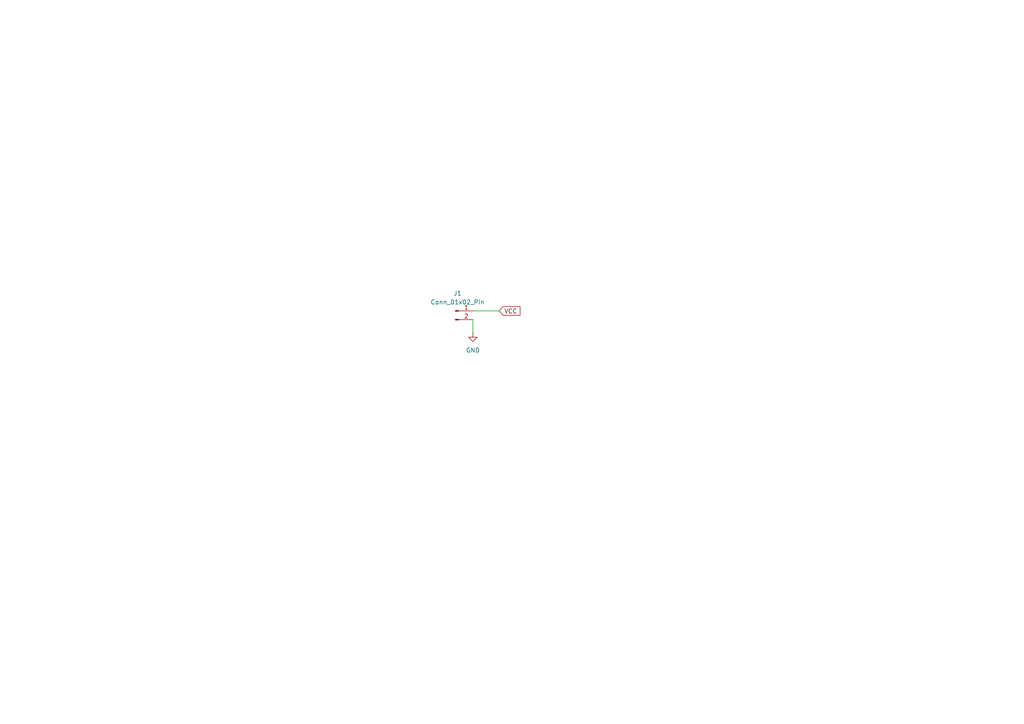
<source format=kicad_sch>
(kicad_sch (version 20250114) (generator "eeschema") (generator_version "9.0")
  (paper "A4")
  (lib_symbols
    (symbol "Connector:Conn_01x02_Pin" (pin_names (offset 1.016) (hide yes))
      (property "Reference" "J" (at 0 2.54 0))
      (property "Value" "Conn_01x02_Pin" (at 0 -5.08 0))
      (symbol "Conn_01x02_Pin_1_1"
        (rectangle (start 0.8636 0.127) (end 0 -0.127) (stroke (width 0.1524)) (fill (type outline)))
        (rectangle (start 0.8636 -2.413) (end 0 -2.667) (stroke (width 0.1524)) (fill (type outline)))
        (polyline (pts (xy 1.27 0) (xy 0.8636 0)) (stroke (width 0.1524)))
        (polyline (pts (xy 1.27 -2.54) (xy 0.8636 -2.54)) (stroke (width 0.1524)))
        (pin passive line (at 5.08 0 180) (length 3.81) (name "Pin_1") (number "1"))
        (pin passive line (at 5.08 -2.54 180) (length 3.81) (name "Pin_2") (number "2"))
      )
    )
    (symbol "power:GND" (power) (pin_numbers (hide yes)) (pin_names (offset 0) (hide yes))
      (property "Value" "GND" (at 0 -3.81 0))
      (symbol "GND_0_1"
        (polyline (pts (xy 0 0) (xy 0 -1.27) (xy 1.27 -1.27) (xy 0 -2.54) (xy -1.27 -1.27) (xy 0 -1.27)))
      )
      (symbol "GND_1_1"
        (pin power_in line (at 0 0 270) (length 0) (name "~") (number "1"))
      )
    )
  )
  (wire (pts (xy 137.16 90.17) (xy 144.78 90.17)))
  (wire (pts (xy 137.16 92.71) (xy 137.16 96.52)))
  (global_label "VCC" (shape input) (at 144.78 90.17 0) (property "Intersheetrefs" "${INTERSHEET_REFS}" (effects (hide yes))))
  (symbol (lib_id "power:GND") (at 137.16 96.52 0) (unit 1)
    (property "Reference" "#PWR03" (effects (hide yes)))
    (property "Value" "GND" (at 137.16 101.6 0))
    (property "Description" "Power symbol creates a global label with name \"GND\" , ground" (effects (hide yes)))
  )
  (symbol (lib_id "Connector:Conn_01x02_Pin") (at 132.08 90.17 0) (unit 1)
    (property "Reference" "J1" (at 132.715 85.09 0))
    (property "Value" "Conn_01x02_Pin" (at 132.715 87.63 0))
    (property "Footprint" "Connector_PinHeader_2.00mm:PinHeader_1x02_P2.00mm_Vertical" (effects (hide yes)))
    (property "Description" "Generic connector, single row, 01x02, script generated" (effects (hide yes)))
  )
)
</source>
